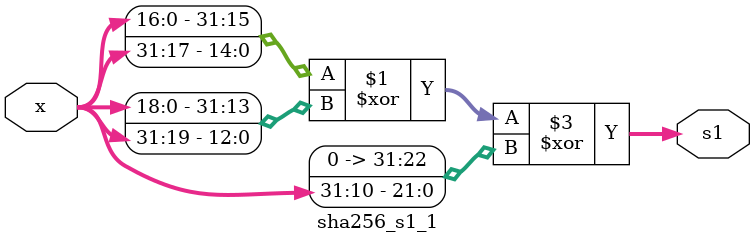
<source format=sv>
module sha256_s1_1 (
          input wire [31:0] x,
          output wire [31:0] s1
          );

      assign s1 = ({x[16:0], x[31:17]} ^ {x[18:0], x[31:19]} ^ (x >> 10));

      endmodule
</source>
